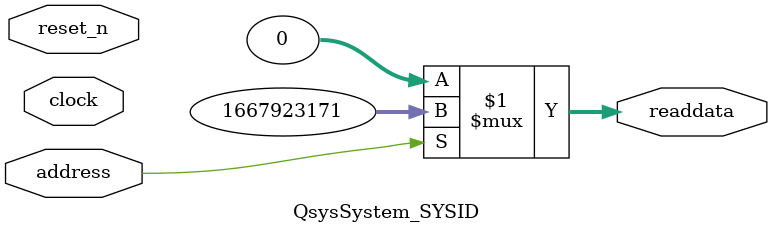
<source format=v>



// synthesis translate_off
`timescale 1ns / 1ps
// synthesis translate_on

// turn off superfluous verilog processor warnings 
// altera message_level Level1 
// altera message_off 10034 10035 10036 10037 10230 10240 10030 

module QsysSystem_SYSID (
               // inputs:
                address,
                clock,
                reset_n,

               // outputs:
                readdata
             )
;

  output  [ 31: 0] readdata;
  input            address;
  input            clock;
  input            reset_n;

  wire    [ 31: 0] readdata;
  //control_slave, which is an e_avalon_slave
  assign readdata = address ? 1667923171 : 0;

endmodule



</source>
